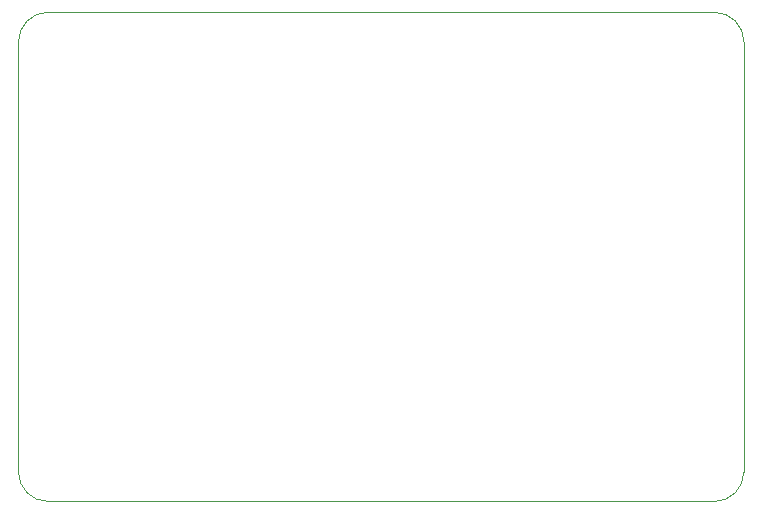
<source format=gbr>
%TF.GenerationSoftware,KiCad,Pcbnew,9.0.0-rc1*%
%TF.CreationDate,2025-01-29T12:40:29+01:00*%
%TF.ProjectId,Cinclidae,43696e63-6c69-4646-9165-2e6b69636164,rev?*%
%TF.SameCoordinates,PX8eb7a50PY5ee3fe0*%
%TF.FileFunction,Profile,NP*%
%FSLAX46Y46*%
G04 Gerber Fmt 4.6, Leading zero omitted, Abs format (unit mm)*
G04 Created by KiCad (PCBNEW 9.0.0-rc1) date 2025-01-29 12:40:29*
%MOMM*%
%LPD*%
G01*
G04 APERTURE LIST*
%TA.AperFunction,Profile*%
%ADD10C,0.050000*%
%TD*%
G04 APERTURE END LIST*
D10*
X30710000Y-18210000D02*
G75*
G02*
X28210000Y-20710000I-2500000J0D01*
G01*
X-30710000Y18210000D02*
G75*
G02*
X-28210000Y20710000I2500000J0D01*
G01*
X30710000Y-18210000D02*
X30710000Y18210000D01*
X28210000Y20710000D02*
G75*
G02*
X30710000Y18210000I0J-2500000D01*
G01*
X28210000Y20710000D02*
X-28210000Y20710000D01*
X-28210000Y-20710000D02*
G75*
G02*
X-30710000Y-18210000I0J2500000D01*
G01*
X-30710000Y18210000D02*
X-30710000Y-18210000D01*
X-28210000Y-20710000D02*
X28210000Y-20710000D01*
M02*

</source>
